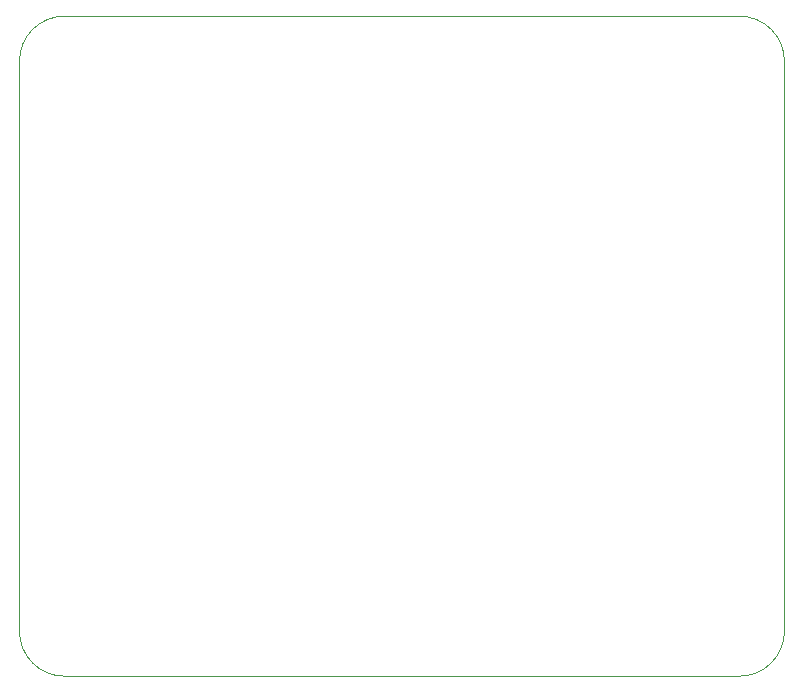
<source format=gbr>
%TF.GenerationSoftware,KiCad,Pcbnew,(5.1.10)-1*%
%TF.CreationDate,2022-01-12T13:36:28-08:00*%
%TF.ProjectId,killswitch,6b696c6c-7377-4697-9463-682e6b696361,rev?*%
%TF.SameCoordinates,Original*%
%TF.FileFunction,Profile,NP*%
%FSLAX46Y46*%
G04 Gerber Fmt 4.6, Leading zero omitted, Abs format (unit mm)*
G04 Created by KiCad (PCBNEW (5.1.10)-1) date 2022-01-12 13:36:28*
%MOMM*%
%LPD*%
G01*
G04 APERTURE LIST*
%TA.AperFunction,Profile*%
%ADD10C,0.050000*%
%TD*%
G04 APERTURE END LIST*
D10*
X191770000Y-54610000D02*
G75*
G02*
X195580000Y-58420000I0J-3810000D01*
G01*
X195580000Y-106680000D02*
G75*
G02*
X191770000Y-110490000I-3810000J0D01*
G01*
X134620000Y-110490000D02*
G75*
G02*
X130810000Y-106680000I0J3810000D01*
G01*
X130810000Y-58420000D02*
G75*
G02*
X134620000Y-54610000I3810000J0D01*
G01*
X134620000Y-54610000D02*
X191770000Y-54610000D01*
X130810000Y-106680000D02*
X130810000Y-58420000D01*
X191770000Y-110490000D02*
X134620000Y-110490000D01*
X195580000Y-58420000D02*
X195580000Y-106680000D01*
M02*

</source>
